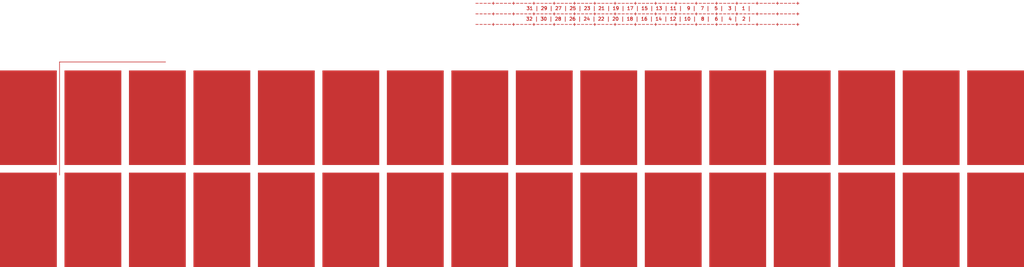
<source format=kicad_pcb>
(kicad_pcb (version 20211014) (generator pcbnew)
  (layers (0 "F.Cu" signal) (31 "B.Cu" signal) (34 "B.Paste" user) (35 "F.Paste" user) (36 "B.SilkS" user "B.Silkscreen") (37 "F.SilkS" user "F.Silkscreen") (38 "B.Mask" user) (39 "F.Mask" user) (44 "Edge.Cuts" user))
  (net 0 "")
  (net 17 "unconnected-(J17-Pad1)")
  (footprint "sanproject-keyboard-part-v6:Touchzone" (layer "F.Cu") (at 59 0)
    (fp_text reference "J3")
    (fp_text value "touch")
    (pad "1" smd rect (at 0 0) (size 26 43.25) (layers "F.Cu"))
  )
  (footprint "sanproject-keyboard-part-v6:Touchzone" (layer "F.Cu") (at 324.5 46.75)
    (fp_text reference "J28")
    (fp_text value "touch")
    (pad "1" smd rect (at 0 0) (size 26 43.25) (layers "F.Cu"))
  )
  (footprint "sanproject-keyboard-part-v6:Touchzone" (layer "F.Cu") (at 88.5 46.75)
    (fp_text reference "J20")
    (fp_text value "touch")
    (pad "1" smd rect (at 0 0) (size 26 43.25) (layers "F.Cu"))
  )
  (footprint "sanproject-keyboard-part-v6:Touchzone" (layer "F.Cu") (at 236 0)
    (fp_text reference "J9")
    (fp_text value "touch")
    (pad "1" smd rect (at 0 0) (size 26 43.25) (layers "F.Cu"))
  )
  (footprint "sanproject-keyboard-part-v6:Touchzone" (layer "F.Cu") (at 118 0)
    (fp_text reference "J5")
    (fp_text value "touch")
    (pad "1" smd rect (at 0 0) (size 26 43.25) (layers "F.Cu"))
  )
  (footprint "sanproject-keyboard-part-v6:Touchzone" (layer "F.Cu") (at 383.5 0)
    (fp_text reference "J14")
    (fp_text value "touch")
    (pad "1" smd rect (at 0 0) (size 26 43.25) (layers "F.Cu"))
  )
  (footprint "sanproject-keyboard-part-v6:Touchzone" (layer "F.Cu") (at 0 46.75)
    (fp_text reference "J17")
    (fp_text value "touch")
    (pad "1" smd rect (at 0 0) (size 26 43.25) (layers "F.Cu") (net 17 "unconnected-(J17-Pad1)"))
  )
  (footprint "sanproject-keyboard-part-v6:Touchzone" (layer "F.Cu") (at 177 0)
    (fp_text reference "J7")
    (fp_text value "touch")
    (pad "1" smd rect (at 0 0) (size 26 43.25) (layers "F.Cu"))
  )
  (footprint "sanproject-keyboard-part-v6:Touchzone" (layer "F.Cu") (at 147.5 46.75)
    (fp_text reference "J22")
    (fp_text value "touch")
    (pad "1" smd rect (at 0 0) (size 26 43.25) (layers "F.Cu"))
  )
  (footprint "sanproject-keyboard-part-v6:Touchzone" (layer "F.Cu") (at 88.5 0)
    (fp_text reference "J4")
    (fp_text value "touch")
    (pad "1" smd rect (at 0 0) (size 26 43.25) (layers "F.Cu"))
  )
  (footprint "sanproject-keyboard-part-v6:Touchzone" (layer "F.Cu") (at 0 0)
    (fp_text reference "J1")
    (fp_text value "touch")
    (pad "1" smd rect (at 0 0) (size 26 43.25) (layers "F.Cu"))
  )
  (footprint "sanproject-keyboard-part-v6:Touchzone" (layer "F.Cu") (at 442.5 46.75)
    (fp_text reference "J32")
    (fp_text value "touch")
    (pad "1" smd rect (at 0 0) (size 26 43.25) (layers "F.Cu"))
  )
  (footprint "sanproject-keyboard-part-v6:Touchzone" (layer "F.Cu") (at 295 46.75)
    (fp_text reference "J27")
    (fp_text value "touch")
    (pad "1" smd rect (at 0 0) (size 26 43.25) (layers "F.Cu"))
  )
  (footprint "sanproject-keyboard-part-v6:Touchzone" (layer "F.Cu") (at 295 0)
    (fp_text reference "J11")
    (fp_text value "touch")
    (pad "1" smd rect (at 0 0) (size 26 43.25) (layers "F.Cu"))
  )
  (footprint "sanproject-keyboard-part-v6:Touchzone" (layer "F.Cu") (at 354 46.75)
    (fp_text reference "J29")
    (fp_text value "touch")
    (pad "1" smd rect (at 0 0) (size 26 43.25) (layers "F.Cu"))
  )
  (footprint "sanproject-keyboard-part-v6:Touchzone" (layer "F.Cu") (at 236 46.75)
    (fp_text reference "J25")
    (fp_text value "touch")
    (pad "1" smd rect (at 0 0) (size 26 43.25) (layers "F.Cu"))
  )
  (footprint "sanproject-keyboard-part-v6:Touchzone" (layer "F.Cu") (at 206.5 0)
    (fp_text reference "J8")
    (fp_text value "touch")
    (pad "1" smd rect (at 0 0) (size 26 43.25) (layers "F.Cu"))
  )
  (footprint "sanproject-keyboard-part-v6:Touchzone" (layer "F.Cu") (at 265.5 0)
    (fp_text reference "J10")
    (fp_text value "touch")
    (pad "1" smd rect (at 0 0) (size 26 43.25) (layers "F.Cu"))
  )
  (footprint "sanproject-keyboard-part-v6:Touchzone" (layer "F.Cu") (at 29.5 46.75)
    (fp_text reference "J18")
    (fp_text value "touch")
    (pad "1" smd rect (at 0 0) (size 26 43.25) (layers "F.Cu"))
  )
  (footprint "sanproject-keyboard-part-v6:Touchzone" (layer "F.Cu") (at 413 46.75)
    (fp_text reference "J31")
    (fp_text value "touch")
    (pad "1" smd rect (at 0 0) (size 26 43.25) (layers "F.Cu"))
  )
  (footprint "sanproject-keyboard-part-v6:Touchzone" (layer "F.Cu") (at 354 0)
    (fp_text reference "J13")
    (fp_text value "touch")
    (pad "1" smd rect (at 0 0) (size 26 43.25) (layers "F.Cu"))
  )
  (footprint "sanproject-keyboard-part-v6:Touchzone" (layer "F.Cu") (at 29.5 0)
    (fp_text reference "J2")
    (fp_text value "touch")
    (pad "1" smd rect (at 0 0) (size 26 43.25) (layers "F.Cu"))
  )
  (footprint "sanproject-keyboard-part-v6:Touchzone" (layer "F.Cu") (at 413 0)
    (fp_text reference "J15")
    (fp_text value "touch")
    (pad "1" smd rect (at 0 0) (size 26 43.25) (layers "F.Cu"))
  )
  (footprint "sanproject-keyboard-part-v6:Touchzone" (layer "F.Cu") (at 177 46.75)
    (fp_text reference "J23")
    (fp_text value "touch")
    (pad "1" smd rect (at 0 0) (size 26 43.25) (layers "F.Cu"))
  )
  (footprint "sanproject-keyboard-part-v6:Touchzone" (layer "F.Cu") (at 147.5 0)
    (fp_text reference "J6")
    (fp_text value "touch")
    (pad "1" smd rect (at 0 0) (size 26 43.25) (layers "F.Cu"))
  )
  (footprint "sanproject-keyboard-part-v6:Touchzone" (layer "F.Cu") (at 206.5 46.75)
    (fp_text reference "J24")
    (fp_text value "touch")
    (pad "1" smd rect (at 0 0) (size 26 43.25) (layers "F.Cu"))
  )
  (footprint "sanproject-keyboard-part-v6:Touchzone" (layer "F.Cu") (at 118 46.75)
    (fp_text reference "J21")
    (fp_text value "touch")
    (pad "1" smd rect (at 0 0) (size 26 43.25) (layers "F.Cu"))
  )
  (footprint "sanproject-keyboard-part-v6:Touchzone" (layer "F.Cu") (at 442.5 0)
    (fp_text reference "J16")
    (fp_text value "touch")
    (pad "1" smd rect (at 0 0) (size 26 43.25) (layers "F.Cu"))
  )
  (footprint "sanproject-keyboard-part-v6:Touchzone" (layer "F.Cu") (at 324.5 0)
    (fp_text reference "J12")
    (fp_text value "touch")
    (pad "1" smd rect (at 0 0) (size 26 43.25) (layers "F.Cu"))
  )
  (footprint "sanproject-keyboard-part-v6:Touchzone" (layer "F.Cu") (at 383.5 46.75)
    (fp_text reference "J30")
    (fp_text value "touch")
    (pad "1" smd rect (at 0 0) (size 26 43.25) (layers "F.Cu"))
  )
  (footprint "sanproject-keyboard-part-v6:Touchzone" (layer "F.Cu") (at 59 46.75)
    (fp_text reference "J19")
    (fp_text value "touch")
    (pad "1" smd rect (at 0 0) (size 26 43.25) (layers "F.Cu"))
  )
  (footprint "sanproject-keyboard-part-v6:Touchzone" (layer "F.Cu") (at 265.5 46.75)
    (fp_text reference "J26")
    (fp_text value "touch")
    (pad "1" smd rect (at 0 0) (size 26 43.25) (layers "F.Cu"))
  )
  (gr_text "----+----+----+----+----+----+----+----+----+----+----+----+----+----+----+----+\n 31 | 29 | 27 | 25 | 23 | 21 | 19 | 17 | 15 | 13 | 11 |  9 |  7 |  5 |  3 |  1 |\n----+----+----+----+----+----+----+----+----+----+----+----+----+----+----+----+\n 32 | 30 | 28 | 26 | 24 | 22 | 20 | 18 | 16 | 14 | 12 | 10 |  8 |  6 |  4 |  2 |\n----+----+----+----+----+----+----+----+----+----+----+----+----+----+----+----+" (at 278.60625 -47.625) (layer "F.Cu") (effects (font (size 1.5 1.5) (thickness 0.3))))
  (segment (start 14.25 26.25) (end 14.25 -25.5) (width 0.3) (layer "F.Cu") (net 17))
  (segment (start 14.25 -25.5) (end 62.75 -25.5) (width 0.3) (layer "F.Cu") (net 17))
)
</source>
